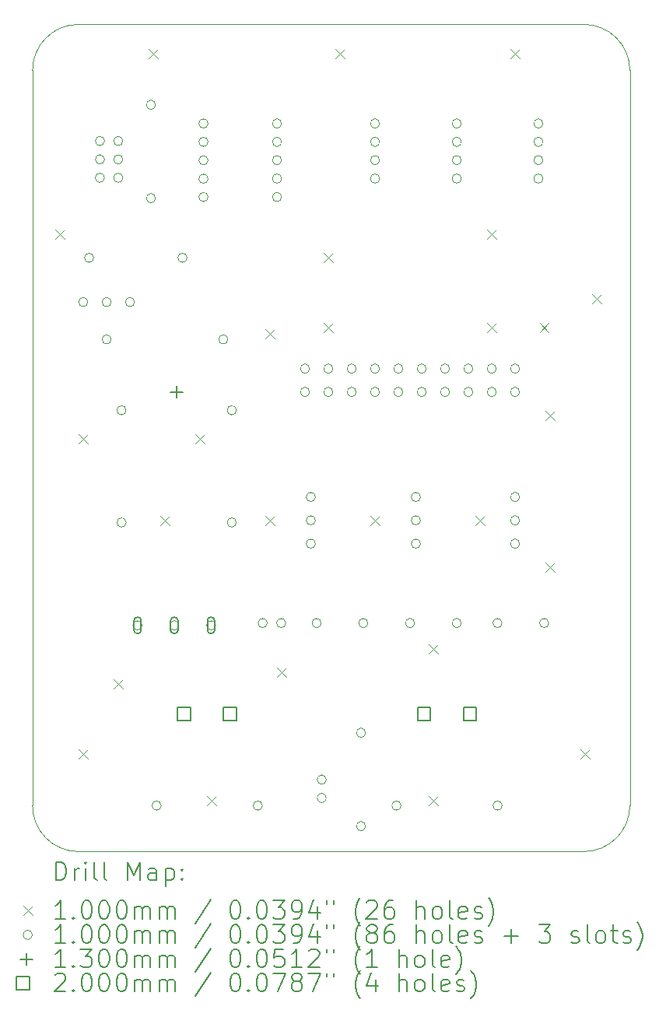
<source format=gbr>
%FSLAX45Y45*%
G04 Gerber Fmt 4.5, Leading zero omitted, Abs format (unit mm)*
G04 Created by KiCad (PCBNEW (6.0.0)) date 2022-05-09 16:09:25*
%MOMM*%
%LPD*%
G01*
G04 APERTURE LIST*
%TA.AperFunction,Profile*%
%ADD10C,0.050000*%
%TD*%
%ADD11C,0.200000*%
%ADD12C,0.100000*%
%ADD13C,0.130000*%
G04 APERTURE END LIST*
D10*
X14795200Y-12544800D02*
X9295200Y-12544800D01*
X9295200Y-3544800D02*
G75*
G03*
X8795200Y-4044800I0J-500000D01*
G01*
X15295200Y-4044800D02*
X15295200Y-12044800D01*
X15295200Y-4044800D02*
G75*
G03*
X14795200Y-3544800I-500000J0D01*
G01*
X14795200Y-12544800D02*
G75*
G03*
X15295200Y-12044800I0J500000D01*
G01*
X8795200Y-4044800D02*
X8795200Y-12044800D01*
X8795200Y-12044800D02*
G75*
G03*
X9295200Y-12544800I500000J0D01*
G01*
X9295200Y-3544800D02*
X14795200Y-3544800D01*
D11*
D12*
X9043200Y-5779300D02*
X9143200Y-5879300D01*
X9143200Y-5779300D02*
X9043200Y-5879300D01*
X9297200Y-8001800D02*
X9397200Y-8101800D01*
X9397200Y-8001800D02*
X9297200Y-8101800D01*
X9297200Y-11430800D02*
X9397200Y-11530800D01*
X9397200Y-11430800D02*
X9297200Y-11530800D01*
X9678200Y-10668800D02*
X9778200Y-10768800D01*
X9778200Y-10668800D02*
X9678200Y-10768800D01*
X10059200Y-3810800D02*
X10159200Y-3910800D01*
X10159200Y-3810800D02*
X10059200Y-3910800D01*
X10186200Y-8890800D02*
X10286200Y-8990800D01*
X10286200Y-8890800D02*
X10186200Y-8990800D01*
X10567200Y-8001800D02*
X10667200Y-8101800D01*
X10667200Y-8001800D02*
X10567200Y-8101800D01*
X10694200Y-11938800D02*
X10794200Y-12038800D01*
X10794200Y-11938800D02*
X10694200Y-12038800D01*
X11329200Y-6858800D02*
X11429200Y-6958800D01*
X11429200Y-6858800D02*
X11329200Y-6958800D01*
X11329200Y-8890800D02*
X11429200Y-8990800D01*
X11429200Y-8890800D02*
X11329200Y-8990800D01*
X11456200Y-10541800D02*
X11556200Y-10641800D01*
X11556200Y-10541800D02*
X11456200Y-10641800D01*
X11964200Y-6033300D02*
X12064200Y-6133300D01*
X12064200Y-6033300D02*
X11964200Y-6133300D01*
X11964200Y-6795300D02*
X12064200Y-6895300D01*
X12064200Y-6795300D02*
X11964200Y-6895300D01*
X12091200Y-3810800D02*
X12191200Y-3910800D01*
X12191200Y-3810800D02*
X12091200Y-3910800D01*
X12472200Y-8890800D02*
X12572200Y-8990800D01*
X12572200Y-8890800D02*
X12472200Y-8990800D01*
X13107200Y-10287800D02*
X13207200Y-10387800D01*
X13207200Y-10287800D02*
X13107200Y-10387800D01*
X13107200Y-11938800D02*
X13207200Y-12038800D01*
X13207200Y-11938800D02*
X13107200Y-12038800D01*
X13615200Y-8890800D02*
X13715200Y-8990800D01*
X13715200Y-8890800D02*
X13615200Y-8990800D01*
X13742200Y-5779300D02*
X13842200Y-5879300D01*
X13842200Y-5779300D02*
X13742200Y-5879300D01*
X13742200Y-6795300D02*
X13842200Y-6895300D01*
X13842200Y-6795300D02*
X13742200Y-6895300D01*
X13996200Y-3810800D02*
X14096200Y-3910800D01*
X14096200Y-3810800D02*
X13996200Y-3910800D01*
X14313700Y-6795300D02*
X14413700Y-6895300D01*
X14413700Y-6795300D02*
X14313700Y-6895300D01*
X14377200Y-7747800D02*
X14477200Y-7847800D01*
X14477200Y-7747800D02*
X14377200Y-7847800D01*
X14377200Y-9398800D02*
X14477200Y-9498800D01*
X14477200Y-9398800D02*
X14377200Y-9498800D01*
X14758200Y-11430800D02*
X14858200Y-11530800D01*
X14858200Y-11430800D02*
X14758200Y-11530800D01*
X14885200Y-6477800D02*
X14985200Y-6577800D01*
X14985200Y-6477800D02*
X14885200Y-6577800D01*
X9397200Y-6565300D02*
G75*
G03*
X9397200Y-6565300I-50000J0D01*
G01*
X9460700Y-6083300D02*
G75*
G03*
X9460700Y-6083300I-50000J0D01*
G01*
X9578200Y-4813300D02*
G75*
G03*
X9578200Y-4813300I-50000J0D01*
G01*
X9578200Y-5013300D02*
G75*
G03*
X9578200Y-5013300I-50000J0D01*
G01*
X9578200Y-5213300D02*
G75*
G03*
X9578200Y-5213300I-50000J0D01*
G01*
X9651200Y-6565300D02*
G75*
G03*
X9651200Y-6565300I-50000J0D01*
G01*
X9651200Y-6972300D02*
G75*
G03*
X9651200Y-6972300I-50000J0D01*
G01*
X9778200Y-4813300D02*
G75*
G03*
X9778200Y-4813300I-50000J0D01*
G01*
X9778200Y-5013300D02*
G75*
G03*
X9778200Y-5013300I-50000J0D01*
G01*
X9778200Y-5213300D02*
G75*
G03*
X9778200Y-5213300I-50000J0D01*
G01*
X9813200Y-7743800D02*
G75*
G03*
X9813200Y-7743800I-50000J0D01*
G01*
X9813200Y-8963800D02*
G75*
G03*
X9813200Y-8963800I-50000J0D01*
G01*
X9905200Y-6565300D02*
G75*
G03*
X9905200Y-6565300I-50000J0D01*
G01*
X9987800Y-10083800D02*
G75*
G03*
X9987800Y-10083800I-50000J0D01*
G01*
D11*
X9897800Y-10033800D02*
X9897800Y-10133800D01*
X9977800Y-10033800D02*
X9977800Y-10133800D01*
X9897800Y-10133800D02*
G75*
G03*
X9977800Y-10133800I40000J0D01*
G01*
X9977800Y-10033800D02*
G75*
G03*
X9897800Y-10033800I-40000J0D01*
G01*
D12*
X10133800Y-4419600D02*
G75*
G03*
X10133800Y-4419600I-50000J0D01*
G01*
X10133800Y-5435600D02*
G75*
G03*
X10133800Y-5435600I-50000J0D01*
G01*
X10195200Y-12044800D02*
G75*
G03*
X10195200Y-12044800I-50000J0D01*
G01*
X10387800Y-10083800D02*
G75*
G03*
X10387800Y-10083800I-50000J0D01*
G01*
D11*
X10297800Y-10033800D02*
X10297800Y-10133800D01*
X10377800Y-10033800D02*
X10377800Y-10133800D01*
X10297800Y-10133800D02*
G75*
G03*
X10377800Y-10133800I40000J0D01*
G01*
X10377800Y-10033800D02*
G75*
G03*
X10297800Y-10033800I-40000J0D01*
G01*
D12*
X10476700Y-6083300D02*
G75*
G03*
X10476700Y-6083300I-50000J0D01*
G01*
X10705300Y-4622800D02*
G75*
G03*
X10705300Y-4622800I-50000J0D01*
G01*
X10705300Y-4822800D02*
G75*
G03*
X10705300Y-4822800I-50000J0D01*
G01*
X10705300Y-5022800D02*
G75*
G03*
X10705300Y-5022800I-50000J0D01*
G01*
X10705300Y-5222800D02*
G75*
G03*
X10705300Y-5222800I-50000J0D01*
G01*
X10705300Y-5422800D02*
G75*
G03*
X10705300Y-5422800I-50000J0D01*
G01*
X10787800Y-10083800D02*
G75*
G03*
X10787800Y-10083800I-50000J0D01*
G01*
D11*
X10697800Y-10033800D02*
X10697800Y-10133800D01*
X10777800Y-10033800D02*
X10777800Y-10133800D01*
X10697800Y-10133800D02*
G75*
G03*
X10777800Y-10133800I40000J0D01*
G01*
X10777800Y-10033800D02*
G75*
G03*
X10697800Y-10033800I-40000J0D01*
G01*
D12*
X10921200Y-6972300D02*
G75*
G03*
X10921200Y-6972300I-50000J0D01*
G01*
X11013200Y-7743800D02*
G75*
G03*
X11013200Y-7743800I-50000J0D01*
G01*
X11013200Y-8963800D02*
G75*
G03*
X11013200Y-8963800I-50000J0D01*
G01*
X11295200Y-12044800D02*
G75*
G03*
X11295200Y-12044800I-50000J0D01*
G01*
X11350111Y-10058400D02*
G75*
G03*
X11350111Y-10058400I-50000J0D01*
G01*
X11505400Y-4622800D02*
G75*
G03*
X11505400Y-4622800I-50000J0D01*
G01*
X11505400Y-4822800D02*
G75*
G03*
X11505400Y-4822800I-50000J0D01*
G01*
X11505400Y-5022800D02*
G75*
G03*
X11505400Y-5022800I-50000J0D01*
G01*
X11505400Y-5222800D02*
G75*
G03*
X11505400Y-5222800I-50000J0D01*
G01*
X11505400Y-5422800D02*
G75*
G03*
X11505400Y-5422800I-50000J0D01*
G01*
X11550111Y-10058400D02*
G75*
G03*
X11550111Y-10058400I-50000J0D01*
G01*
X11810200Y-7289800D02*
G75*
G03*
X11810200Y-7289800I-50000J0D01*
G01*
X11810200Y-7543800D02*
G75*
G03*
X11810200Y-7543800I-50000J0D01*
G01*
X11873700Y-8686800D02*
G75*
G03*
X11873700Y-8686800I-50000J0D01*
G01*
X11873700Y-8940800D02*
G75*
G03*
X11873700Y-8940800I-50000J0D01*
G01*
X11873700Y-9194800D02*
G75*
G03*
X11873700Y-9194800I-50000J0D01*
G01*
X11936200Y-10058400D02*
G75*
G03*
X11936200Y-10058400I-50000J0D01*
G01*
X11992200Y-11761800D02*
G75*
G03*
X11992200Y-11761800I-50000J0D01*
G01*
X11992200Y-11961800D02*
G75*
G03*
X11992200Y-11961800I-50000J0D01*
G01*
X12064200Y-7289800D02*
G75*
G03*
X12064200Y-7289800I-50000J0D01*
G01*
X12064200Y-7543800D02*
G75*
G03*
X12064200Y-7543800I-50000J0D01*
G01*
X12318200Y-7289800D02*
G75*
G03*
X12318200Y-7289800I-50000J0D01*
G01*
X12318200Y-7543800D02*
G75*
G03*
X12318200Y-7543800I-50000J0D01*
G01*
X12419800Y-11252200D02*
G75*
G03*
X12419800Y-11252200I-50000J0D01*
G01*
X12419800Y-12268200D02*
G75*
G03*
X12419800Y-12268200I-50000J0D01*
G01*
X12444200Y-10058400D02*
G75*
G03*
X12444200Y-10058400I-50000J0D01*
G01*
X12572200Y-4622800D02*
G75*
G03*
X12572200Y-4622800I-50000J0D01*
G01*
X12572200Y-4822800D02*
G75*
G03*
X12572200Y-4822800I-50000J0D01*
G01*
X12572200Y-5022800D02*
G75*
G03*
X12572200Y-5022800I-50000J0D01*
G01*
X12572200Y-5222800D02*
G75*
G03*
X12572200Y-5222800I-50000J0D01*
G01*
X12572200Y-7289800D02*
G75*
G03*
X12572200Y-7289800I-50000J0D01*
G01*
X12572200Y-7543800D02*
G75*
G03*
X12572200Y-7543800I-50000J0D01*
G01*
X12805600Y-12044800D02*
G75*
G03*
X12805600Y-12044800I-50000J0D01*
G01*
X12826200Y-7289800D02*
G75*
G03*
X12826200Y-7289800I-50000J0D01*
G01*
X12826200Y-7543800D02*
G75*
G03*
X12826200Y-7543800I-50000J0D01*
G01*
X12953200Y-10058400D02*
G75*
G03*
X12953200Y-10058400I-50000J0D01*
G01*
X13016700Y-8686800D02*
G75*
G03*
X13016700Y-8686800I-50000J0D01*
G01*
X13016700Y-8940800D02*
G75*
G03*
X13016700Y-8940800I-50000J0D01*
G01*
X13016700Y-9194800D02*
G75*
G03*
X13016700Y-9194800I-50000J0D01*
G01*
X13080200Y-7289800D02*
G75*
G03*
X13080200Y-7289800I-50000J0D01*
G01*
X13080200Y-7543800D02*
G75*
G03*
X13080200Y-7543800I-50000J0D01*
G01*
X13334200Y-7289800D02*
G75*
G03*
X13334200Y-7289800I-50000J0D01*
G01*
X13334200Y-7543800D02*
G75*
G03*
X13334200Y-7543800I-50000J0D01*
G01*
X13461200Y-4622800D02*
G75*
G03*
X13461200Y-4622800I-50000J0D01*
G01*
X13461200Y-4822800D02*
G75*
G03*
X13461200Y-4822800I-50000J0D01*
G01*
X13461200Y-5022800D02*
G75*
G03*
X13461200Y-5022800I-50000J0D01*
G01*
X13461200Y-5222800D02*
G75*
G03*
X13461200Y-5222800I-50000J0D01*
G01*
X13461200Y-10058400D02*
G75*
G03*
X13461200Y-10058400I-50000J0D01*
G01*
X13588200Y-7289800D02*
G75*
G03*
X13588200Y-7289800I-50000J0D01*
G01*
X13588200Y-7543800D02*
G75*
G03*
X13588200Y-7543800I-50000J0D01*
G01*
X13842200Y-7289800D02*
G75*
G03*
X13842200Y-7289800I-50000J0D01*
G01*
X13842200Y-7543800D02*
G75*
G03*
X13842200Y-7543800I-50000J0D01*
G01*
X13904700Y-10058400D02*
G75*
G03*
X13904700Y-10058400I-50000J0D01*
G01*
X13905600Y-12044800D02*
G75*
G03*
X13905600Y-12044800I-50000J0D01*
G01*
X14096200Y-7289800D02*
G75*
G03*
X14096200Y-7289800I-50000J0D01*
G01*
X14096200Y-7543800D02*
G75*
G03*
X14096200Y-7543800I-50000J0D01*
G01*
X14096200Y-8686800D02*
G75*
G03*
X14096200Y-8686800I-50000J0D01*
G01*
X14096200Y-8940800D02*
G75*
G03*
X14096200Y-8940800I-50000J0D01*
G01*
X14096200Y-9194800D02*
G75*
G03*
X14096200Y-9194800I-50000J0D01*
G01*
X14350200Y-4622800D02*
G75*
G03*
X14350200Y-4622800I-50000J0D01*
G01*
X14350200Y-4822800D02*
G75*
G03*
X14350200Y-4822800I-50000J0D01*
G01*
X14350200Y-5022800D02*
G75*
G03*
X14350200Y-5022800I-50000J0D01*
G01*
X14350200Y-5222800D02*
G75*
G03*
X14350200Y-5222800I-50000J0D01*
G01*
X14412700Y-10058400D02*
G75*
G03*
X14412700Y-10058400I-50000J0D01*
G01*
D13*
X10363200Y-7478800D02*
X10363200Y-7608800D01*
X10298200Y-7543800D02*
X10428200Y-7543800D01*
D11*
X10515911Y-11115511D02*
X10515911Y-10974089D01*
X10374489Y-10974089D01*
X10374489Y-11115511D01*
X10515911Y-11115511D01*
X11015911Y-11115511D02*
X11015911Y-10974089D01*
X10874489Y-10974089D01*
X10874489Y-11115511D01*
X11015911Y-11115511D01*
X13126311Y-11115511D02*
X13126311Y-10974089D01*
X12984889Y-10974089D01*
X12984889Y-11115511D01*
X13126311Y-11115511D01*
X13626311Y-11115511D02*
X13626311Y-10974089D01*
X13484889Y-10974089D01*
X13484889Y-11115511D01*
X13626311Y-11115511D01*
X9050319Y-12857776D02*
X9050319Y-12657776D01*
X9097938Y-12657776D01*
X9126510Y-12667300D01*
X9145557Y-12686348D01*
X9155081Y-12705395D01*
X9164605Y-12743490D01*
X9164605Y-12772062D01*
X9155081Y-12810157D01*
X9145557Y-12829205D01*
X9126510Y-12848252D01*
X9097938Y-12857776D01*
X9050319Y-12857776D01*
X9250319Y-12857776D02*
X9250319Y-12724443D01*
X9250319Y-12762538D02*
X9259843Y-12743490D01*
X9269367Y-12733967D01*
X9288414Y-12724443D01*
X9307462Y-12724443D01*
X9374129Y-12857776D02*
X9374129Y-12724443D01*
X9374129Y-12657776D02*
X9364605Y-12667300D01*
X9374129Y-12676824D01*
X9383652Y-12667300D01*
X9374129Y-12657776D01*
X9374129Y-12676824D01*
X9497938Y-12857776D02*
X9478890Y-12848252D01*
X9469367Y-12829205D01*
X9469367Y-12657776D01*
X9602700Y-12857776D02*
X9583652Y-12848252D01*
X9574129Y-12829205D01*
X9574129Y-12657776D01*
X9831271Y-12857776D02*
X9831271Y-12657776D01*
X9897938Y-12800633D01*
X9964605Y-12657776D01*
X9964605Y-12857776D01*
X10145557Y-12857776D02*
X10145557Y-12753014D01*
X10136033Y-12733967D01*
X10116986Y-12724443D01*
X10078890Y-12724443D01*
X10059843Y-12733967D01*
X10145557Y-12848252D02*
X10126510Y-12857776D01*
X10078890Y-12857776D01*
X10059843Y-12848252D01*
X10050319Y-12829205D01*
X10050319Y-12810157D01*
X10059843Y-12791109D01*
X10078890Y-12781586D01*
X10126510Y-12781586D01*
X10145557Y-12772062D01*
X10240795Y-12724443D02*
X10240795Y-12924443D01*
X10240795Y-12733967D02*
X10259843Y-12724443D01*
X10297938Y-12724443D01*
X10316986Y-12733967D01*
X10326510Y-12743490D01*
X10336033Y-12762538D01*
X10336033Y-12819681D01*
X10326510Y-12838728D01*
X10316986Y-12848252D01*
X10297938Y-12857776D01*
X10259843Y-12857776D01*
X10240795Y-12848252D01*
X10421748Y-12838728D02*
X10431271Y-12848252D01*
X10421748Y-12857776D01*
X10412224Y-12848252D01*
X10421748Y-12838728D01*
X10421748Y-12857776D01*
X10421748Y-12733967D02*
X10431271Y-12743490D01*
X10421748Y-12753014D01*
X10412224Y-12743490D01*
X10421748Y-12733967D01*
X10421748Y-12753014D01*
D12*
X8692700Y-13137300D02*
X8792700Y-13237300D01*
X8792700Y-13137300D02*
X8692700Y-13237300D01*
D11*
X9155081Y-13277776D02*
X9040795Y-13277776D01*
X9097938Y-13277776D02*
X9097938Y-13077776D01*
X9078890Y-13106348D01*
X9059843Y-13125395D01*
X9040795Y-13134919D01*
X9240795Y-13258728D02*
X9250319Y-13268252D01*
X9240795Y-13277776D01*
X9231271Y-13268252D01*
X9240795Y-13258728D01*
X9240795Y-13277776D01*
X9374129Y-13077776D02*
X9393176Y-13077776D01*
X9412224Y-13087300D01*
X9421748Y-13096824D01*
X9431271Y-13115871D01*
X9440795Y-13153967D01*
X9440795Y-13201586D01*
X9431271Y-13239681D01*
X9421748Y-13258728D01*
X9412224Y-13268252D01*
X9393176Y-13277776D01*
X9374129Y-13277776D01*
X9355081Y-13268252D01*
X9345557Y-13258728D01*
X9336033Y-13239681D01*
X9326510Y-13201586D01*
X9326510Y-13153967D01*
X9336033Y-13115871D01*
X9345557Y-13096824D01*
X9355081Y-13087300D01*
X9374129Y-13077776D01*
X9564605Y-13077776D02*
X9583652Y-13077776D01*
X9602700Y-13087300D01*
X9612224Y-13096824D01*
X9621748Y-13115871D01*
X9631271Y-13153967D01*
X9631271Y-13201586D01*
X9621748Y-13239681D01*
X9612224Y-13258728D01*
X9602700Y-13268252D01*
X9583652Y-13277776D01*
X9564605Y-13277776D01*
X9545557Y-13268252D01*
X9536033Y-13258728D01*
X9526510Y-13239681D01*
X9516986Y-13201586D01*
X9516986Y-13153967D01*
X9526510Y-13115871D01*
X9536033Y-13096824D01*
X9545557Y-13087300D01*
X9564605Y-13077776D01*
X9755081Y-13077776D02*
X9774129Y-13077776D01*
X9793176Y-13087300D01*
X9802700Y-13096824D01*
X9812224Y-13115871D01*
X9821748Y-13153967D01*
X9821748Y-13201586D01*
X9812224Y-13239681D01*
X9802700Y-13258728D01*
X9793176Y-13268252D01*
X9774129Y-13277776D01*
X9755081Y-13277776D01*
X9736033Y-13268252D01*
X9726510Y-13258728D01*
X9716986Y-13239681D01*
X9707462Y-13201586D01*
X9707462Y-13153967D01*
X9716986Y-13115871D01*
X9726510Y-13096824D01*
X9736033Y-13087300D01*
X9755081Y-13077776D01*
X9907462Y-13277776D02*
X9907462Y-13144443D01*
X9907462Y-13163490D02*
X9916986Y-13153967D01*
X9936033Y-13144443D01*
X9964605Y-13144443D01*
X9983652Y-13153967D01*
X9993176Y-13173014D01*
X9993176Y-13277776D01*
X9993176Y-13173014D02*
X10002700Y-13153967D01*
X10021748Y-13144443D01*
X10050319Y-13144443D01*
X10069367Y-13153967D01*
X10078890Y-13173014D01*
X10078890Y-13277776D01*
X10174129Y-13277776D02*
X10174129Y-13144443D01*
X10174129Y-13163490D02*
X10183652Y-13153967D01*
X10202700Y-13144443D01*
X10231271Y-13144443D01*
X10250319Y-13153967D01*
X10259843Y-13173014D01*
X10259843Y-13277776D01*
X10259843Y-13173014D02*
X10269367Y-13153967D01*
X10288414Y-13144443D01*
X10316986Y-13144443D01*
X10336033Y-13153967D01*
X10345557Y-13173014D01*
X10345557Y-13277776D01*
X10736033Y-13068252D02*
X10564605Y-13325395D01*
X10993176Y-13077776D02*
X11012224Y-13077776D01*
X11031271Y-13087300D01*
X11040795Y-13096824D01*
X11050319Y-13115871D01*
X11059843Y-13153967D01*
X11059843Y-13201586D01*
X11050319Y-13239681D01*
X11040795Y-13258728D01*
X11031271Y-13268252D01*
X11012224Y-13277776D01*
X10993176Y-13277776D01*
X10974129Y-13268252D01*
X10964605Y-13258728D01*
X10955081Y-13239681D01*
X10945557Y-13201586D01*
X10945557Y-13153967D01*
X10955081Y-13115871D01*
X10964605Y-13096824D01*
X10974129Y-13087300D01*
X10993176Y-13077776D01*
X11145557Y-13258728D02*
X11155081Y-13268252D01*
X11145557Y-13277776D01*
X11136033Y-13268252D01*
X11145557Y-13258728D01*
X11145557Y-13277776D01*
X11278890Y-13077776D02*
X11297938Y-13077776D01*
X11316986Y-13087300D01*
X11326509Y-13096824D01*
X11336033Y-13115871D01*
X11345557Y-13153967D01*
X11345557Y-13201586D01*
X11336033Y-13239681D01*
X11326509Y-13258728D01*
X11316986Y-13268252D01*
X11297938Y-13277776D01*
X11278890Y-13277776D01*
X11259843Y-13268252D01*
X11250319Y-13258728D01*
X11240795Y-13239681D01*
X11231271Y-13201586D01*
X11231271Y-13153967D01*
X11240795Y-13115871D01*
X11250319Y-13096824D01*
X11259843Y-13087300D01*
X11278890Y-13077776D01*
X11412224Y-13077776D02*
X11536033Y-13077776D01*
X11469367Y-13153967D01*
X11497938Y-13153967D01*
X11516986Y-13163490D01*
X11526509Y-13173014D01*
X11536033Y-13192062D01*
X11536033Y-13239681D01*
X11526509Y-13258728D01*
X11516986Y-13268252D01*
X11497938Y-13277776D01*
X11440795Y-13277776D01*
X11421748Y-13268252D01*
X11412224Y-13258728D01*
X11631271Y-13277776D02*
X11669367Y-13277776D01*
X11688414Y-13268252D01*
X11697938Y-13258728D01*
X11716986Y-13230157D01*
X11726509Y-13192062D01*
X11726509Y-13115871D01*
X11716986Y-13096824D01*
X11707462Y-13087300D01*
X11688414Y-13077776D01*
X11650319Y-13077776D01*
X11631271Y-13087300D01*
X11621748Y-13096824D01*
X11612224Y-13115871D01*
X11612224Y-13163490D01*
X11621748Y-13182538D01*
X11631271Y-13192062D01*
X11650319Y-13201586D01*
X11688414Y-13201586D01*
X11707462Y-13192062D01*
X11716986Y-13182538D01*
X11726509Y-13163490D01*
X11897938Y-13144443D02*
X11897938Y-13277776D01*
X11850319Y-13068252D02*
X11802700Y-13211109D01*
X11926509Y-13211109D01*
X11993176Y-13077776D02*
X11993176Y-13115871D01*
X12069367Y-13077776D02*
X12069367Y-13115871D01*
X12364605Y-13353967D02*
X12355081Y-13344443D01*
X12336033Y-13315871D01*
X12326509Y-13296824D01*
X12316986Y-13268252D01*
X12307462Y-13220633D01*
X12307462Y-13182538D01*
X12316986Y-13134919D01*
X12326509Y-13106348D01*
X12336033Y-13087300D01*
X12355081Y-13058728D01*
X12364605Y-13049205D01*
X12431271Y-13096824D02*
X12440795Y-13087300D01*
X12459843Y-13077776D01*
X12507462Y-13077776D01*
X12526509Y-13087300D01*
X12536033Y-13096824D01*
X12545557Y-13115871D01*
X12545557Y-13134919D01*
X12536033Y-13163490D01*
X12421748Y-13277776D01*
X12545557Y-13277776D01*
X12716986Y-13077776D02*
X12678890Y-13077776D01*
X12659843Y-13087300D01*
X12650319Y-13096824D01*
X12631271Y-13125395D01*
X12621748Y-13163490D01*
X12621748Y-13239681D01*
X12631271Y-13258728D01*
X12640795Y-13268252D01*
X12659843Y-13277776D01*
X12697938Y-13277776D01*
X12716986Y-13268252D01*
X12726509Y-13258728D01*
X12736033Y-13239681D01*
X12736033Y-13192062D01*
X12726509Y-13173014D01*
X12716986Y-13163490D01*
X12697938Y-13153967D01*
X12659843Y-13153967D01*
X12640795Y-13163490D01*
X12631271Y-13173014D01*
X12621748Y-13192062D01*
X12974128Y-13277776D02*
X12974128Y-13077776D01*
X13059843Y-13277776D02*
X13059843Y-13173014D01*
X13050319Y-13153967D01*
X13031271Y-13144443D01*
X13002700Y-13144443D01*
X12983652Y-13153967D01*
X12974128Y-13163490D01*
X13183652Y-13277776D02*
X13164605Y-13268252D01*
X13155081Y-13258728D01*
X13145557Y-13239681D01*
X13145557Y-13182538D01*
X13155081Y-13163490D01*
X13164605Y-13153967D01*
X13183652Y-13144443D01*
X13212224Y-13144443D01*
X13231271Y-13153967D01*
X13240795Y-13163490D01*
X13250319Y-13182538D01*
X13250319Y-13239681D01*
X13240795Y-13258728D01*
X13231271Y-13268252D01*
X13212224Y-13277776D01*
X13183652Y-13277776D01*
X13364605Y-13277776D02*
X13345557Y-13268252D01*
X13336033Y-13249205D01*
X13336033Y-13077776D01*
X13516986Y-13268252D02*
X13497938Y-13277776D01*
X13459843Y-13277776D01*
X13440795Y-13268252D01*
X13431271Y-13249205D01*
X13431271Y-13173014D01*
X13440795Y-13153967D01*
X13459843Y-13144443D01*
X13497938Y-13144443D01*
X13516986Y-13153967D01*
X13526509Y-13173014D01*
X13526509Y-13192062D01*
X13431271Y-13211109D01*
X13602700Y-13268252D02*
X13621748Y-13277776D01*
X13659843Y-13277776D01*
X13678890Y-13268252D01*
X13688414Y-13249205D01*
X13688414Y-13239681D01*
X13678890Y-13220633D01*
X13659843Y-13211109D01*
X13631271Y-13211109D01*
X13612224Y-13201586D01*
X13602700Y-13182538D01*
X13602700Y-13173014D01*
X13612224Y-13153967D01*
X13631271Y-13144443D01*
X13659843Y-13144443D01*
X13678890Y-13153967D01*
X13755081Y-13353967D02*
X13764605Y-13344443D01*
X13783652Y-13315871D01*
X13793176Y-13296824D01*
X13802700Y-13268252D01*
X13812224Y-13220633D01*
X13812224Y-13182538D01*
X13802700Y-13134919D01*
X13793176Y-13106348D01*
X13783652Y-13087300D01*
X13764605Y-13058728D01*
X13755081Y-13049205D01*
D12*
X8792700Y-13451300D02*
G75*
G03*
X8792700Y-13451300I-50000J0D01*
G01*
D11*
X9155081Y-13541776D02*
X9040795Y-13541776D01*
X9097938Y-13541776D02*
X9097938Y-13341776D01*
X9078890Y-13370348D01*
X9059843Y-13389395D01*
X9040795Y-13398919D01*
X9240795Y-13522728D02*
X9250319Y-13532252D01*
X9240795Y-13541776D01*
X9231271Y-13532252D01*
X9240795Y-13522728D01*
X9240795Y-13541776D01*
X9374129Y-13341776D02*
X9393176Y-13341776D01*
X9412224Y-13351300D01*
X9421748Y-13360824D01*
X9431271Y-13379871D01*
X9440795Y-13417967D01*
X9440795Y-13465586D01*
X9431271Y-13503681D01*
X9421748Y-13522728D01*
X9412224Y-13532252D01*
X9393176Y-13541776D01*
X9374129Y-13541776D01*
X9355081Y-13532252D01*
X9345557Y-13522728D01*
X9336033Y-13503681D01*
X9326510Y-13465586D01*
X9326510Y-13417967D01*
X9336033Y-13379871D01*
X9345557Y-13360824D01*
X9355081Y-13351300D01*
X9374129Y-13341776D01*
X9564605Y-13341776D02*
X9583652Y-13341776D01*
X9602700Y-13351300D01*
X9612224Y-13360824D01*
X9621748Y-13379871D01*
X9631271Y-13417967D01*
X9631271Y-13465586D01*
X9621748Y-13503681D01*
X9612224Y-13522728D01*
X9602700Y-13532252D01*
X9583652Y-13541776D01*
X9564605Y-13541776D01*
X9545557Y-13532252D01*
X9536033Y-13522728D01*
X9526510Y-13503681D01*
X9516986Y-13465586D01*
X9516986Y-13417967D01*
X9526510Y-13379871D01*
X9536033Y-13360824D01*
X9545557Y-13351300D01*
X9564605Y-13341776D01*
X9755081Y-13341776D02*
X9774129Y-13341776D01*
X9793176Y-13351300D01*
X9802700Y-13360824D01*
X9812224Y-13379871D01*
X9821748Y-13417967D01*
X9821748Y-13465586D01*
X9812224Y-13503681D01*
X9802700Y-13522728D01*
X9793176Y-13532252D01*
X9774129Y-13541776D01*
X9755081Y-13541776D01*
X9736033Y-13532252D01*
X9726510Y-13522728D01*
X9716986Y-13503681D01*
X9707462Y-13465586D01*
X9707462Y-13417967D01*
X9716986Y-13379871D01*
X9726510Y-13360824D01*
X9736033Y-13351300D01*
X9755081Y-13341776D01*
X9907462Y-13541776D02*
X9907462Y-13408443D01*
X9907462Y-13427490D02*
X9916986Y-13417967D01*
X9936033Y-13408443D01*
X9964605Y-13408443D01*
X9983652Y-13417967D01*
X9993176Y-13437014D01*
X9993176Y-13541776D01*
X9993176Y-13437014D02*
X10002700Y-13417967D01*
X10021748Y-13408443D01*
X10050319Y-13408443D01*
X10069367Y-13417967D01*
X10078890Y-13437014D01*
X10078890Y-13541776D01*
X10174129Y-13541776D02*
X10174129Y-13408443D01*
X10174129Y-13427490D02*
X10183652Y-13417967D01*
X10202700Y-13408443D01*
X10231271Y-13408443D01*
X10250319Y-13417967D01*
X10259843Y-13437014D01*
X10259843Y-13541776D01*
X10259843Y-13437014D02*
X10269367Y-13417967D01*
X10288414Y-13408443D01*
X10316986Y-13408443D01*
X10336033Y-13417967D01*
X10345557Y-13437014D01*
X10345557Y-13541776D01*
X10736033Y-13332252D02*
X10564605Y-13589395D01*
X10993176Y-13341776D02*
X11012224Y-13341776D01*
X11031271Y-13351300D01*
X11040795Y-13360824D01*
X11050319Y-13379871D01*
X11059843Y-13417967D01*
X11059843Y-13465586D01*
X11050319Y-13503681D01*
X11040795Y-13522728D01*
X11031271Y-13532252D01*
X11012224Y-13541776D01*
X10993176Y-13541776D01*
X10974129Y-13532252D01*
X10964605Y-13522728D01*
X10955081Y-13503681D01*
X10945557Y-13465586D01*
X10945557Y-13417967D01*
X10955081Y-13379871D01*
X10964605Y-13360824D01*
X10974129Y-13351300D01*
X10993176Y-13341776D01*
X11145557Y-13522728D02*
X11155081Y-13532252D01*
X11145557Y-13541776D01*
X11136033Y-13532252D01*
X11145557Y-13522728D01*
X11145557Y-13541776D01*
X11278890Y-13341776D02*
X11297938Y-13341776D01*
X11316986Y-13351300D01*
X11326509Y-13360824D01*
X11336033Y-13379871D01*
X11345557Y-13417967D01*
X11345557Y-13465586D01*
X11336033Y-13503681D01*
X11326509Y-13522728D01*
X11316986Y-13532252D01*
X11297938Y-13541776D01*
X11278890Y-13541776D01*
X11259843Y-13532252D01*
X11250319Y-13522728D01*
X11240795Y-13503681D01*
X11231271Y-13465586D01*
X11231271Y-13417967D01*
X11240795Y-13379871D01*
X11250319Y-13360824D01*
X11259843Y-13351300D01*
X11278890Y-13341776D01*
X11412224Y-13341776D02*
X11536033Y-13341776D01*
X11469367Y-13417967D01*
X11497938Y-13417967D01*
X11516986Y-13427490D01*
X11526509Y-13437014D01*
X11536033Y-13456062D01*
X11536033Y-13503681D01*
X11526509Y-13522728D01*
X11516986Y-13532252D01*
X11497938Y-13541776D01*
X11440795Y-13541776D01*
X11421748Y-13532252D01*
X11412224Y-13522728D01*
X11631271Y-13541776D02*
X11669367Y-13541776D01*
X11688414Y-13532252D01*
X11697938Y-13522728D01*
X11716986Y-13494157D01*
X11726509Y-13456062D01*
X11726509Y-13379871D01*
X11716986Y-13360824D01*
X11707462Y-13351300D01*
X11688414Y-13341776D01*
X11650319Y-13341776D01*
X11631271Y-13351300D01*
X11621748Y-13360824D01*
X11612224Y-13379871D01*
X11612224Y-13427490D01*
X11621748Y-13446538D01*
X11631271Y-13456062D01*
X11650319Y-13465586D01*
X11688414Y-13465586D01*
X11707462Y-13456062D01*
X11716986Y-13446538D01*
X11726509Y-13427490D01*
X11897938Y-13408443D02*
X11897938Y-13541776D01*
X11850319Y-13332252D02*
X11802700Y-13475109D01*
X11926509Y-13475109D01*
X11993176Y-13341776D02*
X11993176Y-13379871D01*
X12069367Y-13341776D02*
X12069367Y-13379871D01*
X12364605Y-13617967D02*
X12355081Y-13608443D01*
X12336033Y-13579871D01*
X12326509Y-13560824D01*
X12316986Y-13532252D01*
X12307462Y-13484633D01*
X12307462Y-13446538D01*
X12316986Y-13398919D01*
X12326509Y-13370348D01*
X12336033Y-13351300D01*
X12355081Y-13322728D01*
X12364605Y-13313205D01*
X12469367Y-13427490D02*
X12450319Y-13417967D01*
X12440795Y-13408443D01*
X12431271Y-13389395D01*
X12431271Y-13379871D01*
X12440795Y-13360824D01*
X12450319Y-13351300D01*
X12469367Y-13341776D01*
X12507462Y-13341776D01*
X12526509Y-13351300D01*
X12536033Y-13360824D01*
X12545557Y-13379871D01*
X12545557Y-13389395D01*
X12536033Y-13408443D01*
X12526509Y-13417967D01*
X12507462Y-13427490D01*
X12469367Y-13427490D01*
X12450319Y-13437014D01*
X12440795Y-13446538D01*
X12431271Y-13465586D01*
X12431271Y-13503681D01*
X12440795Y-13522728D01*
X12450319Y-13532252D01*
X12469367Y-13541776D01*
X12507462Y-13541776D01*
X12526509Y-13532252D01*
X12536033Y-13522728D01*
X12545557Y-13503681D01*
X12545557Y-13465586D01*
X12536033Y-13446538D01*
X12526509Y-13437014D01*
X12507462Y-13427490D01*
X12716986Y-13341776D02*
X12678890Y-13341776D01*
X12659843Y-13351300D01*
X12650319Y-13360824D01*
X12631271Y-13389395D01*
X12621748Y-13427490D01*
X12621748Y-13503681D01*
X12631271Y-13522728D01*
X12640795Y-13532252D01*
X12659843Y-13541776D01*
X12697938Y-13541776D01*
X12716986Y-13532252D01*
X12726509Y-13522728D01*
X12736033Y-13503681D01*
X12736033Y-13456062D01*
X12726509Y-13437014D01*
X12716986Y-13427490D01*
X12697938Y-13417967D01*
X12659843Y-13417967D01*
X12640795Y-13427490D01*
X12631271Y-13437014D01*
X12621748Y-13456062D01*
X12974128Y-13541776D02*
X12974128Y-13341776D01*
X13059843Y-13541776D02*
X13059843Y-13437014D01*
X13050319Y-13417967D01*
X13031271Y-13408443D01*
X13002700Y-13408443D01*
X12983652Y-13417967D01*
X12974128Y-13427490D01*
X13183652Y-13541776D02*
X13164605Y-13532252D01*
X13155081Y-13522728D01*
X13145557Y-13503681D01*
X13145557Y-13446538D01*
X13155081Y-13427490D01*
X13164605Y-13417967D01*
X13183652Y-13408443D01*
X13212224Y-13408443D01*
X13231271Y-13417967D01*
X13240795Y-13427490D01*
X13250319Y-13446538D01*
X13250319Y-13503681D01*
X13240795Y-13522728D01*
X13231271Y-13532252D01*
X13212224Y-13541776D01*
X13183652Y-13541776D01*
X13364605Y-13541776D02*
X13345557Y-13532252D01*
X13336033Y-13513205D01*
X13336033Y-13341776D01*
X13516986Y-13532252D02*
X13497938Y-13541776D01*
X13459843Y-13541776D01*
X13440795Y-13532252D01*
X13431271Y-13513205D01*
X13431271Y-13437014D01*
X13440795Y-13417967D01*
X13459843Y-13408443D01*
X13497938Y-13408443D01*
X13516986Y-13417967D01*
X13526509Y-13437014D01*
X13526509Y-13456062D01*
X13431271Y-13475109D01*
X13602700Y-13532252D02*
X13621748Y-13541776D01*
X13659843Y-13541776D01*
X13678890Y-13532252D01*
X13688414Y-13513205D01*
X13688414Y-13503681D01*
X13678890Y-13484633D01*
X13659843Y-13475109D01*
X13631271Y-13475109D01*
X13612224Y-13465586D01*
X13602700Y-13446538D01*
X13602700Y-13437014D01*
X13612224Y-13417967D01*
X13631271Y-13408443D01*
X13659843Y-13408443D01*
X13678890Y-13417967D01*
X13926509Y-13465586D02*
X14078890Y-13465586D01*
X14002700Y-13541776D02*
X14002700Y-13389395D01*
X14307462Y-13341776D02*
X14431271Y-13341776D01*
X14364605Y-13417967D01*
X14393176Y-13417967D01*
X14412224Y-13427490D01*
X14421748Y-13437014D01*
X14431271Y-13456062D01*
X14431271Y-13503681D01*
X14421748Y-13522728D01*
X14412224Y-13532252D01*
X14393176Y-13541776D01*
X14336033Y-13541776D01*
X14316986Y-13532252D01*
X14307462Y-13522728D01*
X14659843Y-13532252D02*
X14678890Y-13541776D01*
X14716986Y-13541776D01*
X14736033Y-13532252D01*
X14745557Y-13513205D01*
X14745557Y-13503681D01*
X14736033Y-13484633D01*
X14716986Y-13475109D01*
X14688414Y-13475109D01*
X14669367Y-13465586D01*
X14659843Y-13446538D01*
X14659843Y-13437014D01*
X14669367Y-13417967D01*
X14688414Y-13408443D01*
X14716986Y-13408443D01*
X14736033Y-13417967D01*
X14859843Y-13541776D02*
X14840795Y-13532252D01*
X14831271Y-13513205D01*
X14831271Y-13341776D01*
X14964605Y-13541776D02*
X14945557Y-13532252D01*
X14936033Y-13522728D01*
X14926509Y-13503681D01*
X14926509Y-13446538D01*
X14936033Y-13427490D01*
X14945557Y-13417967D01*
X14964605Y-13408443D01*
X14993176Y-13408443D01*
X15012224Y-13417967D01*
X15021748Y-13427490D01*
X15031271Y-13446538D01*
X15031271Y-13503681D01*
X15021748Y-13522728D01*
X15012224Y-13532252D01*
X14993176Y-13541776D01*
X14964605Y-13541776D01*
X15088414Y-13408443D02*
X15164605Y-13408443D01*
X15116986Y-13341776D02*
X15116986Y-13513205D01*
X15126509Y-13532252D01*
X15145557Y-13541776D01*
X15164605Y-13541776D01*
X15221748Y-13532252D02*
X15240795Y-13541776D01*
X15278890Y-13541776D01*
X15297938Y-13532252D01*
X15307462Y-13513205D01*
X15307462Y-13503681D01*
X15297938Y-13484633D01*
X15278890Y-13475109D01*
X15250319Y-13475109D01*
X15231271Y-13465586D01*
X15221748Y-13446538D01*
X15221748Y-13437014D01*
X15231271Y-13417967D01*
X15250319Y-13408443D01*
X15278890Y-13408443D01*
X15297938Y-13417967D01*
X15374128Y-13617967D02*
X15383652Y-13608443D01*
X15402700Y-13579871D01*
X15412224Y-13560824D01*
X15421748Y-13532252D01*
X15431271Y-13484633D01*
X15431271Y-13446538D01*
X15421748Y-13398919D01*
X15412224Y-13370348D01*
X15402700Y-13351300D01*
X15383652Y-13322728D01*
X15374128Y-13313205D01*
D13*
X8727700Y-13650300D02*
X8727700Y-13780300D01*
X8662700Y-13715300D02*
X8792700Y-13715300D01*
D11*
X9155081Y-13805776D02*
X9040795Y-13805776D01*
X9097938Y-13805776D02*
X9097938Y-13605776D01*
X9078890Y-13634348D01*
X9059843Y-13653395D01*
X9040795Y-13662919D01*
X9240795Y-13786728D02*
X9250319Y-13796252D01*
X9240795Y-13805776D01*
X9231271Y-13796252D01*
X9240795Y-13786728D01*
X9240795Y-13805776D01*
X9316986Y-13605776D02*
X9440795Y-13605776D01*
X9374129Y-13681967D01*
X9402700Y-13681967D01*
X9421748Y-13691490D01*
X9431271Y-13701014D01*
X9440795Y-13720062D01*
X9440795Y-13767681D01*
X9431271Y-13786728D01*
X9421748Y-13796252D01*
X9402700Y-13805776D01*
X9345557Y-13805776D01*
X9326510Y-13796252D01*
X9316986Y-13786728D01*
X9564605Y-13605776D02*
X9583652Y-13605776D01*
X9602700Y-13615300D01*
X9612224Y-13624824D01*
X9621748Y-13643871D01*
X9631271Y-13681967D01*
X9631271Y-13729586D01*
X9621748Y-13767681D01*
X9612224Y-13786728D01*
X9602700Y-13796252D01*
X9583652Y-13805776D01*
X9564605Y-13805776D01*
X9545557Y-13796252D01*
X9536033Y-13786728D01*
X9526510Y-13767681D01*
X9516986Y-13729586D01*
X9516986Y-13681967D01*
X9526510Y-13643871D01*
X9536033Y-13624824D01*
X9545557Y-13615300D01*
X9564605Y-13605776D01*
X9755081Y-13605776D02*
X9774129Y-13605776D01*
X9793176Y-13615300D01*
X9802700Y-13624824D01*
X9812224Y-13643871D01*
X9821748Y-13681967D01*
X9821748Y-13729586D01*
X9812224Y-13767681D01*
X9802700Y-13786728D01*
X9793176Y-13796252D01*
X9774129Y-13805776D01*
X9755081Y-13805776D01*
X9736033Y-13796252D01*
X9726510Y-13786728D01*
X9716986Y-13767681D01*
X9707462Y-13729586D01*
X9707462Y-13681967D01*
X9716986Y-13643871D01*
X9726510Y-13624824D01*
X9736033Y-13615300D01*
X9755081Y-13605776D01*
X9907462Y-13805776D02*
X9907462Y-13672443D01*
X9907462Y-13691490D02*
X9916986Y-13681967D01*
X9936033Y-13672443D01*
X9964605Y-13672443D01*
X9983652Y-13681967D01*
X9993176Y-13701014D01*
X9993176Y-13805776D01*
X9993176Y-13701014D02*
X10002700Y-13681967D01*
X10021748Y-13672443D01*
X10050319Y-13672443D01*
X10069367Y-13681967D01*
X10078890Y-13701014D01*
X10078890Y-13805776D01*
X10174129Y-13805776D02*
X10174129Y-13672443D01*
X10174129Y-13691490D02*
X10183652Y-13681967D01*
X10202700Y-13672443D01*
X10231271Y-13672443D01*
X10250319Y-13681967D01*
X10259843Y-13701014D01*
X10259843Y-13805776D01*
X10259843Y-13701014D02*
X10269367Y-13681967D01*
X10288414Y-13672443D01*
X10316986Y-13672443D01*
X10336033Y-13681967D01*
X10345557Y-13701014D01*
X10345557Y-13805776D01*
X10736033Y-13596252D02*
X10564605Y-13853395D01*
X10993176Y-13605776D02*
X11012224Y-13605776D01*
X11031271Y-13615300D01*
X11040795Y-13624824D01*
X11050319Y-13643871D01*
X11059843Y-13681967D01*
X11059843Y-13729586D01*
X11050319Y-13767681D01*
X11040795Y-13786728D01*
X11031271Y-13796252D01*
X11012224Y-13805776D01*
X10993176Y-13805776D01*
X10974129Y-13796252D01*
X10964605Y-13786728D01*
X10955081Y-13767681D01*
X10945557Y-13729586D01*
X10945557Y-13681967D01*
X10955081Y-13643871D01*
X10964605Y-13624824D01*
X10974129Y-13615300D01*
X10993176Y-13605776D01*
X11145557Y-13786728D02*
X11155081Y-13796252D01*
X11145557Y-13805776D01*
X11136033Y-13796252D01*
X11145557Y-13786728D01*
X11145557Y-13805776D01*
X11278890Y-13605776D02*
X11297938Y-13605776D01*
X11316986Y-13615300D01*
X11326509Y-13624824D01*
X11336033Y-13643871D01*
X11345557Y-13681967D01*
X11345557Y-13729586D01*
X11336033Y-13767681D01*
X11326509Y-13786728D01*
X11316986Y-13796252D01*
X11297938Y-13805776D01*
X11278890Y-13805776D01*
X11259843Y-13796252D01*
X11250319Y-13786728D01*
X11240795Y-13767681D01*
X11231271Y-13729586D01*
X11231271Y-13681967D01*
X11240795Y-13643871D01*
X11250319Y-13624824D01*
X11259843Y-13615300D01*
X11278890Y-13605776D01*
X11526509Y-13605776D02*
X11431271Y-13605776D01*
X11421748Y-13701014D01*
X11431271Y-13691490D01*
X11450319Y-13681967D01*
X11497938Y-13681967D01*
X11516986Y-13691490D01*
X11526509Y-13701014D01*
X11536033Y-13720062D01*
X11536033Y-13767681D01*
X11526509Y-13786728D01*
X11516986Y-13796252D01*
X11497938Y-13805776D01*
X11450319Y-13805776D01*
X11431271Y-13796252D01*
X11421748Y-13786728D01*
X11726509Y-13805776D02*
X11612224Y-13805776D01*
X11669367Y-13805776D02*
X11669367Y-13605776D01*
X11650319Y-13634348D01*
X11631271Y-13653395D01*
X11612224Y-13662919D01*
X11802700Y-13624824D02*
X11812224Y-13615300D01*
X11831271Y-13605776D01*
X11878890Y-13605776D01*
X11897938Y-13615300D01*
X11907462Y-13624824D01*
X11916986Y-13643871D01*
X11916986Y-13662919D01*
X11907462Y-13691490D01*
X11793176Y-13805776D01*
X11916986Y-13805776D01*
X11993176Y-13605776D02*
X11993176Y-13643871D01*
X12069367Y-13605776D02*
X12069367Y-13643871D01*
X12364605Y-13881967D02*
X12355081Y-13872443D01*
X12336033Y-13843871D01*
X12326509Y-13824824D01*
X12316986Y-13796252D01*
X12307462Y-13748633D01*
X12307462Y-13710538D01*
X12316986Y-13662919D01*
X12326509Y-13634348D01*
X12336033Y-13615300D01*
X12355081Y-13586728D01*
X12364605Y-13577205D01*
X12545557Y-13805776D02*
X12431271Y-13805776D01*
X12488414Y-13805776D02*
X12488414Y-13605776D01*
X12469367Y-13634348D01*
X12450319Y-13653395D01*
X12431271Y-13662919D01*
X12783652Y-13805776D02*
X12783652Y-13605776D01*
X12869367Y-13805776D02*
X12869367Y-13701014D01*
X12859843Y-13681967D01*
X12840795Y-13672443D01*
X12812224Y-13672443D01*
X12793176Y-13681967D01*
X12783652Y-13691490D01*
X12993176Y-13805776D02*
X12974128Y-13796252D01*
X12964605Y-13786728D01*
X12955081Y-13767681D01*
X12955081Y-13710538D01*
X12964605Y-13691490D01*
X12974128Y-13681967D01*
X12993176Y-13672443D01*
X13021748Y-13672443D01*
X13040795Y-13681967D01*
X13050319Y-13691490D01*
X13059843Y-13710538D01*
X13059843Y-13767681D01*
X13050319Y-13786728D01*
X13040795Y-13796252D01*
X13021748Y-13805776D01*
X12993176Y-13805776D01*
X13174128Y-13805776D02*
X13155081Y-13796252D01*
X13145557Y-13777205D01*
X13145557Y-13605776D01*
X13326509Y-13796252D02*
X13307462Y-13805776D01*
X13269367Y-13805776D01*
X13250319Y-13796252D01*
X13240795Y-13777205D01*
X13240795Y-13701014D01*
X13250319Y-13681967D01*
X13269367Y-13672443D01*
X13307462Y-13672443D01*
X13326509Y-13681967D01*
X13336033Y-13701014D01*
X13336033Y-13720062D01*
X13240795Y-13739109D01*
X13402700Y-13881967D02*
X13412224Y-13872443D01*
X13431271Y-13843871D01*
X13440795Y-13824824D01*
X13450319Y-13796252D01*
X13459843Y-13748633D01*
X13459843Y-13710538D01*
X13450319Y-13662919D01*
X13440795Y-13634348D01*
X13431271Y-13615300D01*
X13412224Y-13586728D01*
X13402700Y-13577205D01*
X8763411Y-14050011D02*
X8763411Y-13908589D01*
X8621989Y-13908589D01*
X8621989Y-14050011D01*
X8763411Y-14050011D01*
X9040795Y-13888824D02*
X9050319Y-13879300D01*
X9069367Y-13869776D01*
X9116986Y-13869776D01*
X9136033Y-13879300D01*
X9145557Y-13888824D01*
X9155081Y-13907871D01*
X9155081Y-13926919D01*
X9145557Y-13955490D01*
X9031271Y-14069776D01*
X9155081Y-14069776D01*
X9240795Y-14050728D02*
X9250319Y-14060252D01*
X9240795Y-14069776D01*
X9231271Y-14060252D01*
X9240795Y-14050728D01*
X9240795Y-14069776D01*
X9374129Y-13869776D02*
X9393176Y-13869776D01*
X9412224Y-13879300D01*
X9421748Y-13888824D01*
X9431271Y-13907871D01*
X9440795Y-13945967D01*
X9440795Y-13993586D01*
X9431271Y-14031681D01*
X9421748Y-14050728D01*
X9412224Y-14060252D01*
X9393176Y-14069776D01*
X9374129Y-14069776D01*
X9355081Y-14060252D01*
X9345557Y-14050728D01*
X9336033Y-14031681D01*
X9326510Y-13993586D01*
X9326510Y-13945967D01*
X9336033Y-13907871D01*
X9345557Y-13888824D01*
X9355081Y-13879300D01*
X9374129Y-13869776D01*
X9564605Y-13869776D02*
X9583652Y-13869776D01*
X9602700Y-13879300D01*
X9612224Y-13888824D01*
X9621748Y-13907871D01*
X9631271Y-13945967D01*
X9631271Y-13993586D01*
X9621748Y-14031681D01*
X9612224Y-14050728D01*
X9602700Y-14060252D01*
X9583652Y-14069776D01*
X9564605Y-14069776D01*
X9545557Y-14060252D01*
X9536033Y-14050728D01*
X9526510Y-14031681D01*
X9516986Y-13993586D01*
X9516986Y-13945967D01*
X9526510Y-13907871D01*
X9536033Y-13888824D01*
X9545557Y-13879300D01*
X9564605Y-13869776D01*
X9755081Y-13869776D02*
X9774129Y-13869776D01*
X9793176Y-13879300D01*
X9802700Y-13888824D01*
X9812224Y-13907871D01*
X9821748Y-13945967D01*
X9821748Y-13993586D01*
X9812224Y-14031681D01*
X9802700Y-14050728D01*
X9793176Y-14060252D01*
X9774129Y-14069776D01*
X9755081Y-14069776D01*
X9736033Y-14060252D01*
X9726510Y-14050728D01*
X9716986Y-14031681D01*
X9707462Y-13993586D01*
X9707462Y-13945967D01*
X9716986Y-13907871D01*
X9726510Y-13888824D01*
X9736033Y-13879300D01*
X9755081Y-13869776D01*
X9907462Y-14069776D02*
X9907462Y-13936443D01*
X9907462Y-13955490D02*
X9916986Y-13945967D01*
X9936033Y-13936443D01*
X9964605Y-13936443D01*
X9983652Y-13945967D01*
X9993176Y-13965014D01*
X9993176Y-14069776D01*
X9993176Y-13965014D02*
X10002700Y-13945967D01*
X10021748Y-13936443D01*
X10050319Y-13936443D01*
X10069367Y-13945967D01*
X10078890Y-13965014D01*
X10078890Y-14069776D01*
X10174129Y-14069776D02*
X10174129Y-13936443D01*
X10174129Y-13955490D02*
X10183652Y-13945967D01*
X10202700Y-13936443D01*
X10231271Y-13936443D01*
X10250319Y-13945967D01*
X10259843Y-13965014D01*
X10259843Y-14069776D01*
X10259843Y-13965014D02*
X10269367Y-13945967D01*
X10288414Y-13936443D01*
X10316986Y-13936443D01*
X10336033Y-13945967D01*
X10345557Y-13965014D01*
X10345557Y-14069776D01*
X10736033Y-13860252D02*
X10564605Y-14117395D01*
X10993176Y-13869776D02*
X11012224Y-13869776D01*
X11031271Y-13879300D01*
X11040795Y-13888824D01*
X11050319Y-13907871D01*
X11059843Y-13945967D01*
X11059843Y-13993586D01*
X11050319Y-14031681D01*
X11040795Y-14050728D01*
X11031271Y-14060252D01*
X11012224Y-14069776D01*
X10993176Y-14069776D01*
X10974129Y-14060252D01*
X10964605Y-14050728D01*
X10955081Y-14031681D01*
X10945557Y-13993586D01*
X10945557Y-13945967D01*
X10955081Y-13907871D01*
X10964605Y-13888824D01*
X10974129Y-13879300D01*
X10993176Y-13869776D01*
X11145557Y-14050728D02*
X11155081Y-14060252D01*
X11145557Y-14069776D01*
X11136033Y-14060252D01*
X11145557Y-14050728D01*
X11145557Y-14069776D01*
X11278890Y-13869776D02*
X11297938Y-13869776D01*
X11316986Y-13879300D01*
X11326509Y-13888824D01*
X11336033Y-13907871D01*
X11345557Y-13945967D01*
X11345557Y-13993586D01*
X11336033Y-14031681D01*
X11326509Y-14050728D01*
X11316986Y-14060252D01*
X11297938Y-14069776D01*
X11278890Y-14069776D01*
X11259843Y-14060252D01*
X11250319Y-14050728D01*
X11240795Y-14031681D01*
X11231271Y-13993586D01*
X11231271Y-13945967D01*
X11240795Y-13907871D01*
X11250319Y-13888824D01*
X11259843Y-13879300D01*
X11278890Y-13869776D01*
X11412224Y-13869776D02*
X11545557Y-13869776D01*
X11459843Y-14069776D01*
X11650319Y-13955490D02*
X11631271Y-13945967D01*
X11621748Y-13936443D01*
X11612224Y-13917395D01*
X11612224Y-13907871D01*
X11621748Y-13888824D01*
X11631271Y-13879300D01*
X11650319Y-13869776D01*
X11688414Y-13869776D01*
X11707462Y-13879300D01*
X11716986Y-13888824D01*
X11726509Y-13907871D01*
X11726509Y-13917395D01*
X11716986Y-13936443D01*
X11707462Y-13945967D01*
X11688414Y-13955490D01*
X11650319Y-13955490D01*
X11631271Y-13965014D01*
X11621748Y-13974538D01*
X11612224Y-13993586D01*
X11612224Y-14031681D01*
X11621748Y-14050728D01*
X11631271Y-14060252D01*
X11650319Y-14069776D01*
X11688414Y-14069776D01*
X11707462Y-14060252D01*
X11716986Y-14050728D01*
X11726509Y-14031681D01*
X11726509Y-13993586D01*
X11716986Y-13974538D01*
X11707462Y-13965014D01*
X11688414Y-13955490D01*
X11793176Y-13869776D02*
X11926509Y-13869776D01*
X11840795Y-14069776D01*
X11993176Y-13869776D02*
X11993176Y-13907871D01*
X12069367Y-13869776D02*
X12069367Y-13907871D01*
X12364605Y-14145967D02*
X12355081Y-14136443D01*
X12336033Y-14107871D01*
X12326509Y-14088824D01*
X12316986Y-14060252D01*
X12307462Y-14012633D01*
X12307462Y-13974538D01*
X12316986Y-13926919D01*
X12326509Y-13898348D01*
X12336033Y-13879300D01*
X12355081Y-13850728D01*
X12364605Y-13841205D01*
X12526509Y-13936443D02*
X12526509Y-14069776D01*
X12478890Y-13860252D02*
X12431271Y-14003109D01*
X12555081Y-14003109D01*
X12783652Y-14069776D02*
X12783652Y-13869776D01*
X12869367Y-14069776D02*
X12869367Y-13965014D01*
X12859843Y-13945967D01*
X12840795Y-13936443D01*
X12812224Y-13936443D01*
X12793176Y-13945967D01*
X12783652Y-13955490D01*
X12993176Y-14069776D02*
X12974128Y-14060252D01*
X12964605Y-14050728D01*
X12955081Y-14031681D01*
X12955081Y-13974538D01*
X12964605Y-13955490D01*
X12974128Y-13945967D01*
X12993176Y-13936443D01*
X13021748Y-13936443D01*
X13040795Y-13945967D01*
X13050319Y-13955490D01*
X13059843Y-13974538D01*
X13059843Y-14031681D01*
X13050319Y-14050728D01*
X13040795Y-14060252D01*
X13021748Y-14069776D01*
X12993176Y-14069776D01*
X13174128Y-14069776D02*
X13155081Y-14060252D01*
X13145557Y-14041205D01*
X13145557Y-13869776D01*
X13326509Y-14060252D02*
X13307462Y-14069776D01*
X13269367Y-14069776D01*
X13250319Y-14060252D01*
X13240795Y-14041205D01*
X13240795Y-13965014D01*
X13250319Y-13945967D01*
X13269367Y-13936443D01*
X13307462Y-13936443D01*
X13326509Y-13945967D01*
X13336033Y-13965014D01*
X13336033Y-13984062D01*
X13240795Y-14003109D01*
X13412224Y-14060252D02*
X13431271Y-14069776D01*
X13469367Y-14069776D01*
X13488414Y-14060252D01*
X13497938Y-14041205D01*
X13497938Y-14031681D01*
X13488414Y-14012633D01*
X13469367Y-14003109D01*
X13440795Y-14003109D01*
X13421748Y-13993586D01*
X13412224Y-13974538D01*
X13412224Y-13965014D01*
X13421748Y-13945967D01*
X13440795Y-13936443D01*
X13469367Y-13936443D01*
X13488414Y-13945967D01*
X13564605Y-14145967D02*
X13574128Y-14136443D01*
X13593176Y-14107871D01*
X13602700Y-14088824D01*
X13612224Y-14060252D01*
X13621748Y-14012633D01*
X13621748Y-13974538D01*
X13612224Y-13926919D01*
X13602700Y-13898348D01*
X13593176Y-13879300D01*
X13574128Y-13850728D01*
X13564605Y-13841205D01*
M02*

</source>
